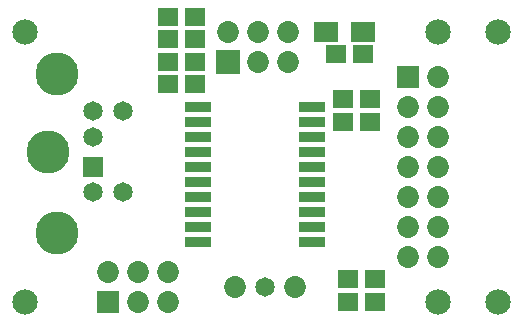
<source format=gts>
G04 Rezonit PCAD EXPORT*
G04 layer position = 2*
G04 layer base position = 2*
G04 layer type = 8*
G04 layer flash color = 10*
G04 layer line color = 11*
G04*
G04  File:            KB4Y805__.GTS, Fri May 20 23:11:06 2022*
G04  Source:          P-CAD 2006 PCB, Version 19.02.958, (D:\PCAD\MSX_KBD\Y805\kb4y805__.PCB)*
G04  Format:          Gerber Format (RS-274-D), ASCII*
G04*
G04  Format Options:  Absolute Positioning*
G04                   Leading-Zero Suppression*
G04                   Scale Factor 1:1*
G04                   NO Circular Interpolation*
G04                   Millimeter Units*
G04                   Numeric Format: 4.4 (XXXX.XXXX)*
G04                   G54 NOT Used for Aperture Change*
G04                   Apertures Embedded*
G04*
G04  File Options:    Offset = (0.000mm,0.000mm)*
G04                   Drill Symbol Size = 0.000mm*
G04                   No Pad/Via Holes*
G04*
G04  File Contents:   Pads*
G04                   No Vias*
G04                   No Designators*
G04                   No Types*
G04                   No Values*
G04                   No Drill Symbols*
G04                   Top Mask*
G04*
%INKB4Y805__.GTS*%
%ICAS*%
%MOMM*%
G04*
G04  Aperture MACROs for general use --- invoked via D-code assignment *
G04*
G04  General MACRO for flashed round with rotation and/or offset hole *
%AMROTOFFROUND*
1,1,$1,0.0000,0.0000*
1,0,$2,$3,$4*%
G04*
G04  General MACRO for flashed oval (obround) with rotation and/or offset hole *
%AMROTOFFOVAL*
21,1,$1,$2,0.0000,0.0000,$3*
1,1,$4,$5,$6*
1,1,$4,0-$5,0-$6*
1,0,$7,$8,$9*%
G04*
G04  General MACRO for flashed oval (obround) with rotation and no hole *
%AMROTOVALNOHOLE*
21,1,$1,$2,0.0000,0.0000,$3*
1,1,$4,$5,$6*
1,1,$4,0-$5,0-$6*%
G04*
G04  General MACRO for flashed rectangle with rotation and/or offset hole *
%AMROTOFFRECT*
21,1,$1,$2,0.0000,0.0000,$3*
1,0,$4,$5,$6*%
G04*
G04  General MACRO for flashed rectangle with rotation and no hole *
%AMROTRECTNOHOLE*
21,1,$1,$2,0.0000,0.0000,$3*%
G04*
G04  General MACRO for flashed rounded-rectangle *
%AMROUNDRECT*
21,1,$1,$2-$4,0.0000,0.0000,$3*
21,1,$1-$4,$2,0.0000,0.0000,$3*
1,1,$4,$5,$6*
1,1,$4,$7,$8*
1,1,$4,0-$5,0-$6*
1,1,$4,0-$7,0-$8*
1,0,$9,$10,$11*%
G04*
G04  General MACRO for flashed rounded-rectangle with rotation and no hole *
%AMROUNDRECTNOHOLE*
21,1,$1,$2-$4,0.0000,0.0000,$3*
21,1,$1-$4,$2,0.0000,0.0000,$3*
1,1,$4,$5,$6*
1,1,$4,$7,$8*
1,1,$4,0-$5,0-$6*
1,1,$4,0-$7,0-$8*%
G04*
G04  General MACRO for flashed regular polygon *
%AMREGPOLY*
5,1,$1,0.0000,0.0000,$2,$3+$4*
1,0,$5,$6,$7*%
G04*
G04  General MACRO for flashed regular polygon with no hole *
%AMREGPOLYNOHOLE*
5,1,$1,0.0000,0.0000,$2,$3+$4*%
G04*
G04  General MACRO for target *
%AMTARGET*
6,0,0,$1,$2,$3,4,$4,$5,$6*%
G04*
G04  General MACRO for mounting hole *
%AMMTHOLE*
1,1,$1,0,0*
1,0,$2,0,0*
$1=$1-$2*
$1=$1/2*
21,1,$2+$1,$3,0,0,$4*
21,1,$3,$2+$1,0,0,$4*%
G04*
G04*
G04  D10 : "Ellipse X0.254mm Y0.254mm H0.000mm 0.0deg (0.000mm,0.000mm) Draw"*
G04  Disc: OuterDia=0.2540*
%ADD10C, 0.2540*%
G04  D11 : "Ellipse X0.300mm Y0.300mm H0.000mm 0.0deg (0.000mm,0.000mm) Draw"*
G04  Disc: OuterDia=0.3000*
%ADD11C, 0.3000*%
G04  D12 : "Ellipse X0.381mm Y0.381mm H0.000mm 0.0deg (0.000mm,0.000mm) Draw"*
G04  Disc: OuterDia=0.3810*
%ADD12C, 0.3810*%
G04  D13 : "Ellipse X0.400mm Y0.400mm H0.000mm 0.0deg (0.000mm,0.000mm) Draw"*
G04  Disc: OuterDia=0.4000*
%ADD13C, 0.4000*%
G04  D14 : "Ellipse X0.500mm Y0.500mm H0.000mm 0.0deg (0.000mm,0.000mm) Draw"*
G04  Disc: OuterDia=0.5000*
%ADD14C, 0.5000*%
G04  D15 : "Ellipse X0.050mm Y0.050mm H0.000mm 0.0deg (0.000mm,0.000mm) Draw"*
G04  Disc: OuterDia=0.0500*
%ADD15C, 0.0500*%
G04  D16 : "Ellipse X0.635mm Y0.635mm H0.000mm 0.0deg (0.000mm,0.000mm) Draw"*
G04  Disc: OuterDia=0.6350*
%ADD16C, 0.6350*%
G04  D17 : "Ellipse X0.100mm Y0.100mm H0.000mm 0.0deg (0.000mm,0.000mm) Draw"*
G04  Disc: OuterDia=0.1000*
%ADD17C, 0.1000*%
G04  D18 : "Ellipse X0.127mm Y0.127mm H0.000mm 0.0deg (0.000mm,0.000mm) Draw"*
G04  Disc: OuterDia=0.1270*
%ADD18C, 0.1270*%
G04  D19 : "Ellipse X0.200mm Y0.200mm H0.000mm 0.0deg (0.000mm,0.000mm) Draw"*
G04  Disc: OuterDia=0.2000*
%ADD19C, 0.2000*%
G04  D20 : "Ellipse X0.250mm Y0.250mm H0.000mm 0.0deg (0.000mm,0.000mm) Draw"*
G04  Disc: OuterDia=0.2500*
%ADD20C, 0.2500*%
G04  D21 : "Ellipse X3.500mm Y3.500mm H0.000mm 0.0deg (0.000mm,0.000mm) Flash"*
G04  Disc: OuterDia=3.5000*
%ADD21C, 3.5000*%
G04  D22 : "Ellipse X3.652mm Y3.652mm H0.000mm 0.0deg (0.000mm,0.000mm) Flash"*
G04  Disc: OuterDia=3.6520*
%ADD22C, 3.6520*%
G04  D23 : "Ellipse X1.500mm Y1.500mm H0.000mm 0.0deg (0.000mm,0.000mm) Flash"*
G04  Disc: OuterDia=1.5000*
%ADD23C, 1.5000*%
G04  D24 : "Ellipse X1.652mm Y1.652mm H0.000mm 0.0deg (0.000mm,0.000mm) Flash"*
G04  Disc: OuterDia=1.6520*
%ADD24C, 1.6520*%
G04  D25 : "Ellipse X1.700mm Y1.700mm H0.000mm 0.0deg (0.000mm,0.000mm) Flash"*
G04  Disc: OuterDia=1.7000*
%ADD25C, 1.7000*%
G04  D26 : "Ellipse X1.852mm Y1.852mm H0.000mm 0.0deg (0.000mm,0.000mm) Flash"*
G04  Disc: OuterDia=1.8520*
%ADD26C, 1.8520*%
G04  D27 : "Ellipse X2.152mm Y2.152mm H0.000mm 0.0deg (0.000mm,0.000mm) Flash"*
G04  Disc: OuterDia=2.1520*
%ADD27C, 2.1520*%
G04  D28 : "Mounting Hole X2.000mm Y2.000mm H0.000mm 0.0deg (0.000mm,0.000mm) Flash"*
G04  Mounting Hole: Diameter=2.0000, Rotation=0.0, LineWidth=0.1270 *
%ADD28MTHOLE, 2.0000 X1.4920 X0.1270 X0.0*%
G04  D29 : "Rectangle X1.500mm Y1.500mm H0.000mm 0.0deg (0.000mm,0.000mm) Flash"*
G04  Square: Side=1.5000, Rotation=0.0, OffsetX=0.0000, OffsetY=0.0000, HoleDia=0.0000*
%ADD29R, 1.5000 X1.5000*%
G04  D30 : "Rectangle X1.524mm Y1.422mm H0.000mm 0.0deg (0.000mm,0.000mm) Flash"*
G04  Rectangular: DimX=1.5240, DimY=1.4224, Rotation=0.0, OffsetX=0.0000, OffsetY=0.0000, HoleDia=0.0000 *
%ADD30R, 1.5240 X1.4224*%
G04  D31 : "Rectangle X1.652mm Y1.652mm H0.000mm 0.0deg (0.000mm,0.000mm) Flash"*
G04  Square: Side=1.6520, Rotation=0.0, OffsetX=0.0000, OffsetY=0.0000, HoleDia=0.0000*
%ADD31R, 1.6520 X1.6520*%
G04  D32 : "Rectangle X1.676mm Y1.574mm H0.000mm 0.0deg (0.000mm,0.000mm) Flash"*
G04  Rectangular: DimX=1.6760, DimY=1.5744, Rotation=0.0, OffsetX=0.0000, OffsetY=0.0000, HoleDia=0.0000 *
%ADD32R, 1.6760 X1.5744*%
G04  D33 : "Rectangle X1.700mm Y1.700mm H0.000mm 0.0deg (0.000mm,0.000mm) Flash"*
G04  Square: Side=1.7000, Rotation=0.0, OffsetX=0.0000, OffsetY=0.0000, HoleDia=0.0000*
%ADD33R, 1.7000 X1.7000*%
G04  D34 : "Rectangle X1.852mm Y1.852mm H0.000mm 0.0deg (0.000mm,0.000mm) Flash"*
G04  Square: Side=1.8520, Rotation=0.0, OffsetX=0.0000, OffsetY=0.0000, HoleDia=0.0000*
%ADD34R, 1.8520 X1.8520*%
G04  D35 : "Rectangle X1.900mm Y1.600mm H0.000mm 0.0deg (0.000mm,0.000mm) Flash"*
G04  Rectangular: DimX=1.9000, DimY=1.6000, Rotation=0.0, OffsetX=0.0000, OffsetY=0.0000, HoleDia=0.0000 *
%ADD35R, 1.9000 X1.6000*%
G04  D36 : "Rectangle X2.000mm Y2.000mm H0.000mm 0.0deg (0.000mm,0.000mm) Flash"*
G04  Square: Side=2.0000, Rotation=0.0, OffsetX=0.0000, OffsetY=0.0000, HoleDia=0.0000*
%ADD36R, 2.0000 X2.0000*%
G04  D37 : "Rectangle X2.032mm Y0.660mm H0.000mm 0.0deg (0.000mm,0.000mm) Flash"*
G04  Rectangular: DimX=2.0320, DimY=0.6604, Rotation=0.0, OffsetX=0.0000, OffsetY=0.0000, HoleDia=0.0000 *
%ADD37R, 2.0320 X0.6604*%
G04  D38 : "Rectangle X2.052mm Y1.752mm H0.000mm 0.0deg (0.000mm,0.000mm) Flash"*
G04  Rectangular: DimX=2.0520, DimY=1.7520, Rotation=0.0, OffsetX=0.0000, OffsetY=0.0000, HoleDia=0.0000 *
%ADD38R, 2.0520 X1.7520*%
G04  D39 : "Rectangle X2.152mm Y2.152mm H0.000mm 0.0deg (0.000mm,0.000mm) Flash"*
G04  Square: Side=2.1520, Rotation=0.0, OffsetX=0.0000, OffsetY=0.0000, HoleDia=0.0000*
%ADD39R, 2.1520 X2.1520*%
G04  D40 : "Rectangle X2.184mm Y0.812mm H0.000mm 0.0deg (0.000mm,0.000mm) Flash"*
G04  Rectangular: DimX=2.1840, DimY=0.8124, Rotation=0.0, OffsetX=0.0000, OffsetY=0.0000, HoleDia=0.0000 *
%ADD40R, 2.1840 X0.8124*%
G04  D41 : "Ellipse X1.016mm Y1.016mm H0.000mm 0.0deg (0.000mm,0.000mm) Flash"*
G04  Disc: OuterDia=1.0160*
%ADD41C, 1.0160*%
G04  D42 : "Ellipse X1.168mm Y1.168mm H0.000mm 0.0deg (0.000mm,0.000mm) Flash"*
G04  Disc: OuterDia=1.1680*
%ADD42C, 1.1680*%
G04*
%FSLAX44Y44*%
%SFA1B1*%
%OFA0.000B0.000*%
G04*
G71*
G90*
G01*
D2*
%LNTop Mask*%
D27*
X514350Y469900D3*
Y698500D3*
D32*
X635000Y654050D3*
X657860D3*
D24*
X717550Y482600D3*
D32*
X787400Y488950D3*
X810260D3*
X783590Y641350D3*
X806450D3*
D27*
X863600Y469900D3*
Y698500D3*
D32*
X787400Y469900D3*
X810260D3*
X783590Y622300D3*
X806450D3*
D27*
X914400Y469900D3*
D38*
X800100Y698500D3*
X769100D3*
D27*
X914400D3*
D26*
X685800D3*
X711200D3*
X736600D3*
D39*
X685800Y673100D3*
D26*
X711200D3*
X736600D3*
D32*
X800100Y679450D3*
X777240D3*
D24*
X571500Y562610D3*
X596900D3*
D31*
X571500Y584200D3*
D24*
Y631190D3*
X596900D3*
X571500Y609600D3*
D22*
X533400Y596900D3*
X541020Y528320D3*
Y662940D3*
D26*
X863600Y533400D3*
Y558800D3*
Y609600D3*
Y635000D3*
Y508000D3*
Y584200D3*
Y660400D3*
X838200Y533400D3*
Y558800D3*
Y609600D3*
Y635000D3*
Y508000D3*
Y584200D3*
D34*
Y660400D3*
D32*
X635000Y711200D3*
X657860D3*
D26*
X584200Y495300D3*
X609600D3*
X635000D3*
D34*
X584200Y469900D3*
D26*
X609600D3*
X635000D3*
X692150Y482600D3*
X742950D3*
D32*
X635000Y692150D3*
X657860D3*
X635000Y673100D3*
X657860D3*
D40*
X660400Y558800D3*
Y546100D3*
Y571500D3*
Y520700D3*
Y533400D3*
Y596900D3*
Y609600D3*
Y622300D3*
Y635000D3*
X756920Y558800D3*
Y546100D3*
Y571500D3*
Y520700D3*
Y533400D3*
Y596900D3*
Y609600D3*
Y622300D3*
Y635000D3*
X660400Y584200D3*
X756920D3*
D02M02*

</source>
